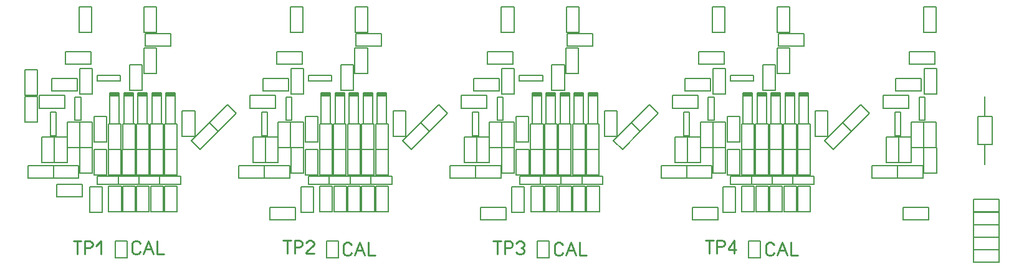
<source format=gbr>
%FSLAX34Y34*%
%MOMM*%
%LNSILK_TOP*%
G71*
G01*
%ADD10C,0.150*%
%ADD11C,0.100*%
%ADD12C,0.222*%
%LPD*%
G54D10*
X307999Y-196264D02*
X295934Y-184199D01*
G54D10*
X283476Y-220787D02*
X271411Y-208722D01*
G54D10*
X307999Y-196264D02*
X283476Y-220787D01*
G54D10*
X295934Y-184199D02*
X271411Y-208722D01*
G54D10*
X295938Y-184207D02*
X308003Y-196272D01*
G54D10*
X320462Y-159683D02*
X332527Y-171748D01*
G54D10*
X295938Y-184207D02*
X320462Y-159683D01*
G54D10*
X308003Y-196272D02*
X332527Y-171748D01*
G54D10*
X276100Y-168741D02*
X259038Y-168741D01*
G54D10*
X276100Y-203422D02*
X259038Y-203423D01*
G54D10*
X276100Y-168741D02*
X276100Y-203422D01*
G54D10*
X259038Y-168741D02*
X259038Y-203423D01*
G54D10*
X461961Y-128092D02*
X461961Y-120154D01*
X430161Y-120154D01*
X430161Y-128092D01*
X461961Y-128092D01*
G54D10*
X426007Y-210647D02*
X443069Y-210647D01*
G54D10*
X426007Y-175966D02*
X443069Y-175966D01*
G54D10*
X426007Y-210647D02*
X426007Y-175966D01*
G54D10*
X443069Y-210647D02*
X443069Y-175966D01*
G54D10*
X420007Y-306647D02*
X437069Y-306647D01*
G54D10*
X420007Y-271966D02*
X437069Y-271966D01*
G54D10*
X420007Y-306647D02*
X420007Y-271966D01*
G54D10*
X437069Y-306647D02*
X437069Y-271966D01*
G54D10*
X510669Y-82566D02*
X493607Y-82566D01*
G54D10*
X510669Y-117247D02*
X493607Y-117247D01*
G54D10*
X510669Y-82566D02*
X510669Y-117247D01*
G54D10*
X493607Y-82566D02*
X493607Y-117247D01*
G54D10*
X495197Y-63575D02*
X495198Y-80638D01*
G54D10*
X529879Y-63575D02*
X529879Y-80638D01*
G54D10*
X495197Y-63575D02*
X529879Y-63575D01*
G54D10*
X495198Y-80638D02*
X529879Y-80638D01*
G54D10*
X511069Y-26966D02*
X494007Y-26966D01*
G54D10*
X511069Y-61647D02*
X494007Y-61647D01*
G54D10*
X511069Y-26966D02*
X511069Y-61647D01*
G54D10*
X494007Y-26966D02*
X494007Y-61647D01*
G54D10*
X491469Y-105966D02*
X474407Y-105966D01*
G54D10*
X491469Y-140647D02*
X474407Y-140647D01*
G54D10*
X491469Y-105966D02*
X491469Y-140647D01*
G54D10*
X474407Y-105966D02*
X474407Y-140647D01*
G54D10*
X400035Y-181432D02*
X407972Y-181432D01*
X407972Y-149632D01*
X400035Y-149632D01*
X400035Y-181432D01*
G54D10*
X386091Y-164613D02*
X386091Y-147551D01*
G54D10*
X351410Y-164613D02*
X351410Y-147551D01*
G54D10*
X386091Y-164613D02*
X351410Y-164613D01*
G54D10*
X386091Y-147551D02*
X351410Y-147551D01*
G54D10*
X406572Y-145176D02*
X423634Y-145176D01*
G54D10*
X406572Y-110494D02*
X423634Y-110494D01*
G54D10*
X406572Y-145176D02*
X406572Y-110494D01*
G54D10*
X423634Y-145176D02*
X423634Y-110494D01*
G54D10*
X405907Y-61841D02*
X422969Y-61841D01*
G54D10*
X405907Y-27160D02*
X422969Y-27160D01*
G54D10*
X405907Y-61841D02*
X405907Y-27160D01*
G54D10*
X422969Y-61841D02*
X422969Y-27160D01*
G54D10*
X421735Y-104794D02*
X421735Y-87731D01*
G54D10*
X387054Y-104794D02*
X387054Y-87731D01*
G54D10*
X421735Y-104794D02*
X387054Y-104794D01*
G54D10*
X421735Y-87731D02*
X387054Y-87731D01*
G54D10*
X403138Y-141332D02*
X403138Y-124269D01*
G54D10*
X368456Y-141332D02*
X368456Y-124269D01*
G54D10*
X403138Y-141332D02*
X368456Y-141332D01*
G54D10*
X403138Y-124269D02*
X368456Y-124269D01*
G54D10*
X366834Y-201932D02*
X374772Y-201932D01*
X374772Y-170132D01*
X366834Y-170132D01*
X366834Y-201932D01*
G54D10*
X389320Y-204266D02*
X372258Y-204266D01*
G54D10*
X389320Y-238947D02*
X372258Y-238947D01*
G54D10*
X389320Y-204266D02*
X389320Y-238947D01*
G54D10*
X372258Y-204266D02*
X372258Y-238947D01*
G54D10*
X406499Y-253222D02*
X423562Y-253222D01*
G54D10*
X406499Y-218541D02*
X423562Y-218541D01*
G54D10*
X406499Y-253222D02*
X406499Y-218541D01*
G54D10*
X423562Y-253222D02*
X423562Y-218541D01*
G54D10*
X355199Y-238942D02*
X372262Y-238942D01*
G54D10*
X355199Y-204261D02*
X372262Y-204261D01*
G54D10*
X355199Y-238942D02*
X355199Y-204261D01*
G54D10*
X372262Y-238942D02*
X372262Y-204261D01*
G54D10*
X405366Y-259619D02*
X405366Y-242556D01*
G54D10*
X370684Y-259619D02*
X370684Y-242556D01*
G54D10*
X405366Y-259619D02*
X370684Y-259619D01*
G54D10*
X405366Y-242556D02*
X370684Y-242556D01*
G54D10*
X336010Y-242550D02*
X336010Y-259613D01*
G54D10*
X370691Y-242551D02*
X370691Y-259613D01*
G54D10*
X336010Y-242550D02*
X370691Y-242551D01*
G54D10*
X336010Y-259613D02*
X370691Y-259613D01*
G54D10*
X406379Y-218522D02*
X423442Y-218522D01*
G54D10*
X406379Y-183841D02*
X423442Y-183841D01*
G54D10*
X406379Y-218522D02*
X406379Y-183841D01*
G54D10*
X423442Y-218522D02*
X423442Y-183841D01*
G54D10*
X389319Y-218522D02*
X406382Y-218522D01*
G54D10*
X389319Y-183841D02*
X406382Y-183841D01*
G54D10*
X389319Y-218522D02*
X389319Y-183841D01*
G54D10*
X406382Y-218522D02*
X406382Y-183841D01*
G36*
X460378Y-144000D02*
X447678Y-144000D01*
X447678Y-148013D01*
X460378Y-148013D01*
X460378Y-144000D01*
G37*
G54D11*
X460378Y-144000D02*
X447678Y-144000D01*
X447678Y-148013D01*
X460378Y-148013D01*
X460378Y-144000D01*
G54D10*
X460378Y-144000D02*
X447678Y-144000D01*
X447678Y-186100D01*
X460378Y-186100D01*
X460378Y-144000D01*
G54D10*
X538960Y-305104D02*
X521898Y-305104D01*
G54D10*
X538960Y-270422D02*
X521898Y-270422D01*
G54D10*
X538960Y-305104D02*
X538960Y-270422D01*
G54D10*
X521898Y-305104D02*
X521898Y-270422D01*
G54D10*
X445647Y-220824D02*
X462710Y-220824D01*
G54D10*
X445647Y-186143D02*
X462710Y-186143D01*
G54D10*
X445647Y-220824D02*
X445647Y-186143D01*
G54D10*
X462710Y-220824D02*
X462710Y-186143D01*
G54D10*
X445632Y-255503D02*
X462694Y-255503D01*
G54D10*
X445632Y-220822D02*
X462694Y-220822D01*
G54D10*
X445632Y-255503D02*
X445632Y-220822D01*
G54D10*
X462694Y-255503D02*
X462694Y-220822D01*
G54D10*
X519960Y-305104D02*
X502898Y-305104D01*
G54D10*
X519960Y-270422D02*
X502898Y-270422D01*
G54D10*
X519960Y-305104D02*
X519960Y-270422D01*
G54D10*
X502898Y-305104D02*
X502898Y-270422D01*
G54D10*
X500960Y-305104D02*
X483898Y-305104D01*
G54D10*
X500960Y-270422D02*
X483898Y-270422D01*
G54D10*
X500960Y-305104D02*
X500960Y-270422D01*
G54D10*
X483898Y-305104D02*
X483898Y-270422D01*
G54D10*
X481960Y-305103D02*
X464898Y-305104D01*
G54D10*
X481960Y-270422D02*
X464898Y-270422D01*
G54D10*
X481960Y-305103D02*
X481960Y-270422D01*
G54D10*
X464898Y-305104D02*
X464898Y-270422D01*
G54D10*
X462960Y-305104D02*
X445898Y-305104D01*
G54D10*
X462960Y-270422D02*
X445898Y-270422D01*
G54D10*
X462960Y-305104D02*
X462960Y-270422D01*
G54D10*
X445898Y-305104D02*
X445898Y-270422D01*
G36*
X479378Y-144000D02*
X466678Y-144000D01*
X466678Y-148013D01*
X479378Y-148013D01*
X479378Y-144000D01*
G37*
G54D11*
X479378Y-144000D02*
X466678Y-144000D01*
X466678Y-148013D01*
X479378Y-148013D01*
X479378Y-144000D01*
G54D10*
X479378Y-144000D02*
X466678Y-144000D01*
X466678Y-186100D01*
X479378Y-186100D01*
X479378Y-144000D01*
G54D10*
X464647Y-220824D02*
X481710Y-220824D01*
G54D10*
X464647Y-186143D02*
X481710Y-186143D01*
G54D10*
X464647Y-220824D02*
X464647Y-186143D01*
G54D10*
X481710Y-220824D02*
X481710Y-186143D01*
G54D10*
X464632Y-255503D02*
X481694Y-255503D01*
G54D10*
X464632Y-220822D02*
X481694Y-220822D01*
G54D10*
X464632Y-255503D02*
X464632Y-220822D01*
G54D10*
X481694Y-255503D02*
X481694Y-220822D01*
G36*
X498378Y-144000D02*
X485678Y-144000D01*
X485678Y-148013D01*
X498378Y-148013D01*
X498378Y-144000D01*
G37*
G54D11*
X498378Y-144000D02*
X485678Y-144000D01*
X485678Y-148013D01*
X498378Y-148013D01*
X498378Y-144000D01*
G54D10*
X498378Y-144000D02*
X485678Y-144000D01*
X485678Y-186100D01*
X498378Y-186100D01*
X498378Y-144000D01*
G54D10*
X483647Y-220824D02*
X500710Y-220824D01*
G54D10*
X483647Y-186143D02*
X500710Y-186143D01*
G54D10*
X483647Y-220824D02*
X483647Y-186143D01*
G54D10*
X500710Y-220824D02*
X500710Y-186143D01*
G54D10*
X483632Y-255503D02*
X500694Y-255503D01*
G54D10*
X483632Y-220822D02*
X500694Y-220822D01*
G54D10*
X483632Y-255503D02*
X483632Y-220822D01*
G54D10*
X500694Y-255503D02*
X500694Y-220822D01*
G36*
X517378Y-144000D02*
X504678Y-144000D01*
X504678Y-148013D01*
X517378Y-148013D01*
X517378Y-144000D01*
G37*
G54D11*
X517378Y-144000D02*
X504678Y-144000D01*
X504678Y-148013D01*
X517378Y-148013D01*
X517378Y-144000D01*
G54D10*
X517378Y-144000D02*
X504678Y-144000D01*
X504678Y-186100D01*
X517378Y-186100D01*
X517378Y-144000D01*
G54D10*
X502647Y-220824D02*
X519710Y-220824D01*
G54D10*
X502647Y-186143D02*
X519710Y-186143D01*
G54D10*
X502647Y-220824D02*
X502647Y-186143D01*
G54D10*
X519710Y-220824D02*
X519710Y-186143D01*
G54D10*
X502632Y-255503D02*
X519694Y-255503D01*
G54D10*
X502632Y-220822D02*
X519694Y-220822D01*
G54D10*
X502632Y-255503D02*
X502632Y-220822D01*
G54D10*
X519694Y-255503D02*
X519694Y-220822D01*
G36*
X536378Y-144000D02*
X523678Y-144000D01*
X523678Y-148013D01*
X536378Y-148013D01*
X536378Y-144000D01*
G37*
G54D11*
X536378Y-144000D02*
X523678Y-144000D01*
X523678Y-148013D01*
X536378Y-148013D01*
X536378Y-144000D01*
G54D10*
X536378Y-144000D02*
X523678Y-144000D01*
X523678Y-186100D01*
X536378Y-186100D01*
X536378Y-144000D01*
G54D10*
X521647Y-220824D02*
X538710Y-220824D01*
G54D10*
X521647Y-186143D02*
X538710Y-186143D01*
G54D10*
X521647Y-220824D02*
X521647Y-186143D01*
G54D10*
X538710Y-220824D02*
X538710Y-186143D01*
G54D10*
X521632Y-255503D02*
X538694Y-255503D01*
G54D10*
X521632Y-220822D02*
X538694Y-220822D01*
G54D10*
X521632Y-255503D02*
X521632Y-220822D01*
G54D10*
X538694Y-255503D02*
X538694Y-220822D01*
G54D10*
X543664Y-268476D02*
X543664Y-257500D01*
X515364Y-257500D01*
X515364Y-268476D01*
X543664Y-268476D01*
G54D10*
X515364Y-268476D02*
X515364Y-257500D01*
X487064Y-257500D01*
X487064Y-268476D01*
X515364Y-268476D01*
G54D10*
X487164Y-268476D02*
X487164Y-257500D01*
X458864Y-257500D01*
X458864Y-268476D01*
X487164Y-268476D01*
G54D10*
X458864Y-268476D02*
X458864Y-257500D01*
X430564Y-257500D01*
X430564Y-268476D01*
X458864Y-268476D01*
G54D10*
X443295Y-220828D02*
X426232Y-220828D01*
G54D10*
X443295Y-255510D02*
X426232Y-255510D01*
G54D10*
X443295Y-220828D02*
X443295Y-255510D01*
G54D10*
X426232Y-220828D02*
X426232Y-255510D01*
G54D10*
X175161Y-128092D02*
X175161Y-120154D01*
X143361Y-120154D01*
X143361Y-128092D01*
X175161Y-128092D01*
G54D10*
X139207Y-210647D02*
X156269Y-210647D01*
G54D10*
X139207Y-175966D02*
X156269Y-175966D01*
G54D10*
X139207Y-210647D02*
X139207Y-175966D01*
G54D10*
X156269Y-210647D02*
X156269Y-175966D01*
G54D10*
X133207Y-306647D02*
X150269Y-306647D01*
G54D10*
X133207Y-271966D02*
X150269Y-271966D01*
G54D10*
X133207Y-306647D02*
X133207Y-271966D01*
G54D10*
X150269Y-306647D02*
X150269Y-271966D01*
G54D10*
X223869Y-82566D02*
X206807Y-82566D01*
G54D10*
X223869Y-117247D02*
X206807Y-117247D01*
G54D10*
X223869Y-82566D02*
X223869Y-117247D01*
G54D10*
X206807Y-82566D02*
X206807Y-117247D01*
G54D10*
X208397Y-63575D02*
X208398Y-80638D01*
G54D10*
X243079Y-63575D02*
X243079Y-80638D01*
G54D10*
X208397Y-63575D02*
X243079Y-63575D01*
G54D10*
X208398Y-80638D02*
X243079Y-80638D01*
G54D10*
X224269Y-26966D02*
X207207Y-26966D01*
G54D10*
X224269Y-61647D02*
X207207Y-61647D01*
G54D10*
X224269Y-26966D02*
X224269Y-61647D01*
G54D10*
X207207Y-26966D02*
X207207Y-61647D01*
G54D10*
X204669Y-105966D02*
X187607Y-105966D01*
G54D10*
X204669Y-140647D02*
X187607Y-140647D01*
G54D10*
X204669Y-105966D02*
X204669Y-140647D01*
G54D10*
X187607Y-105966D02*
X187607Y-140647D01*
G54D10*
X113235Y-181432D02*
X121172Y-181432D01*
X121172Y-149632D01*
X113235Y-149632D01*
X113235Y-181432D01*
G54D10*
X99291Y-164613D02*
X99291Y-147551D01*
G54D10*
X64610Y-164613D02*
X64610Y-147551D01*
G54D10*
X99291Y-164613D02*
X64610Y-164613D01*
G54D10*
X99291Y-147551D02*
X64610Y-147551D01*
G54D10*
X119772Y-145176D02*
X136835Y-145176D01*
G54D10*
X119772Y-110494D02*
X136835Y-110494D01*
G54D10*
X119772Y-145176D02*
X119772Y-110494D01*
G54D10*
X136835Y-145176D02*
X136835Y-110494D01*
G54D10*
X119107Y-61841D02*
X136169Y-61841D01*
G54D10*
X119107Y-27160D02*
X136169Y-27160D01*
G54D10*
X119107Y-61841D02*
X119107Y-27160D01*
G54D10*
X136169Y-61841D02*
X136169Y-27160D01*
G54D10*
X134935Y-104794D02*
X134935Y-87731D01*
G54D10*
X100254Y-104794D02*
X100254Y-87731D01*
G54D10*
X134935Y-104794D02*
X100254Y-104794D01*
G54D10*
X134935Y-87731D02*
X100254Y-87731D01*
G54D10*
X116338Y-141332D02*
X116338Y-124269D01*
G54D10*
X81656Y-141332D02*
X81656Y-124269D01*
G54D10*
X116338Y-141332D02*
X81656Y-141332D01*
G54D10*
X116338Y-124269D02*
X81656Y-124269D01*
G54D10*
X80034Y-201932D02*
X87972Y-201932D01*
X87972Y-170132D01*
X80034Y-170132D01*
X80034Y-201932D01*
G54D10*
X102520Y-204266D02*
X85458Y-204266D01*
G54D10*
X102520Y-238947D02*
X85458Y-238947D01*
G54D10*
X102520Y-204266D02*
X102520Y-238947D01*
G54D10*
X85458Y-204266D02*
X85458Y-238947D01*
G54D10*
X119699Y-253222D02*
X136762Y-253222D01*
G54D10*
X119699Y-218541D02*
X136762Y-218541D01*
G54D10*
X119699Y-253222D02*
X119699Y-218541D01*
G54D10*
X136762Y-253222D02*
X136762Y-218541D01*
G54D10*
X68399Y-238942D02*
X85462Y-238942D01*
G54D10*
X68399Y-204261D02*
X85462Y-204261D01*
G54D10*
X68399Y-238942D02*
X68399Y-204261D01*
G54D10*
X85462Y-238942D02*
X85462Y-204261D01*
G54D10*
X118566Y-259619D02*
X118566Y-242556D01*
G54D10*
X83884Y-259619D02*
X83884Y-242556D01*
G54D10*
X118566Y-259619D02*
X83884Y-259619D01*
G54D10*
X118566Y-242556D02*
X83884Y-242556D01*
G54D10*
X49210Y-242550D02*
X49210Y-259613D01*
G54D10*
X83891Y-242551D02*
X83891Y-259613D01*
G54D10*
X49210Y-242550D02*
X83891Y-242551D01*
G54D10*
X49210Y-259613D02*
X83891Y-259613D01*
G54D10*
X123316Y-285569D02*
X123316Y-268507D01*
G54D10*
X88635Y-285569D02*
X88635Y-268507D01*
G54D10*
X123316Y-285569D02*
X88635Y-285569D01*
G54D10*
X123316Y-268507D02*
X88635Y-268507D01*
G54D10*
X119579Y-218522D02*
X136642Y-218522D01*
G54D10*
X119579Y-183841D02*
X136642Y-183841D01*
G54D10*
X119579Y-218522D02*
X119579Y-183841D01*
G54D10*
X136642Y-218522D02*
X136642Y-183841D01*
G54D10*
X102519Y-218522D02*
X119582Y-218522D01*
G54D10*
X102519Y-183841D02*
X119582Y-183841D01*
G54D10*
X102519Y-218522D02*
X102519Y-183841D01*
G54D10*
X119582Y-218522D02*
X119582Y-183841D01*
G36*
X173578Y-144000D02*
X160878Y-144000D01*
X160878Y-148013D01*
X173578Y-148013D01*
X173578Y-144000D01*
G37*
G54D11*
X173578Y-144000D02*
X160878Y-144000D01*
X160878Y-148013D01*
X173578Y-148013D01*
X173578Y-144000D01*
G54D10*
X173578Y-144000D02*
X160878Y-144000D01*
X160878Y-186100D01*
X173578Y-186100D01*
X173578Y-144000D01*
G54D10*
X252160Y-305104D02*
X235098Y-305104D01*
G54D10*
X252160Y-270422D02*
X235098Y-270422D01*
G54D10*
X252160Y-305104D02*
X252160Y-270422D01*
G54D10*
X235098Y-305104D02*
X235098Y-270422D01*
G54D10*
X158847Y-220824D02*
X175910Y-220824D01*
G54D10*
X158847Y-186143D02*
X175910Y-186143D01*
G54D10*
X158847Y-220824D02*
X158847Y-186143D01*
G54D10*
X175910Y-220824D02*
X175910Y-186143D01*
G54D10*
X158832Y-255503D02*
X175894Y-255503D01*
G54D10*
X158832Y-220822D02*
X175894Y-220822D01*
G54D10*
X158832Y-255503D02*
X158832Y-220822D01*
G54D10*
X175894Y-255503D02*
X175894Y-220822D01*
G54D10*
X233160Y-305104D02*
X216098Y-305104D01*
G54D10*
X233160Y-270422D02*
X216098Y-270422D01*
G54D10*
X233160Y-305104D02*
X233160Y-270422D01*
G54D10*
X216098Y-305104D02*
X216098Y-270422D01*
G54D10*
X214160Y-305104D02*
X197098Y-305104D01*
G54D10*
X214160Y-270422D02*
X197098Y-270422D01*
G54D10*
X214160Y-305104D02*
X214160Y-270422D01*
G54D10*
X197098Y-305104D02*
X197098Y-270422D01*
G54D10*
X195160Y-305103D02*
X178098Y-305104D01*
G54D10*
X195160Y-270422D02*
X178098Y-270422D01*
G54D10*
X195160Y-305103D02*
X195160Y-270422D01*
G54D10*
X178098Y-305104D02*
X178098Y-270422D01*
G54D10*
X176160Y-305104D02*
X159098Y-305104D01*
G54D10*
X176160Y-270422D02*
X159098Y-270422D01*
G54D10*
X176160Y-305104D02*
X176160Y-270422D01*
G54D10*
X159098Y-305104D02*
X159098Y-270422D01*
G36*
X192578Y-144000D02*
X179878Y-144000D01*
X179878Y-148013D01*
X192578Y-148013D01*
X192578Y-144000D01*
G37*
G54D11*
X192578Y-144000D02*
X179878Y-144000D01*
X179878Y-148013D01*
X192578Y-148013D01*
X192578Y-144000D01*
G54D10*
X192578Y-144000D02*
X179878Y-144000D01*
X179878Y-186100D01*
X192578Y-186100D01*
X192578Y-144000D01*
G54D10*
X177847Y-220824D02*
X194910Y-220824D01*
G54D10*
X177847Y-186143D02*
X194910Y-186143D01*
G54D10*
X177847Y-220824D02*
X177847Y-186143D01*
G54D10*
X194910Y-220824D02*
X194910Y-186143D01*
G54D10*
X177832Y-255503D02*
X194894Y-255503D01*
G54D10*
X177832Y-220822D02*
X194894Y-220822D01*
G54D10*
X177832Y-255503D02*
X177832Y-220822D01*
G54D10*
X194894Y-255503D02*
X194894Y-220822D01*
G36*
X211578Y-144000D02*
X198878Y-144000D01*
X198878Y-148013D01*
X211578Y-148013D01*
X211578Y-144000D01*
G37*
G54D11*
X211578Y-144000D02*
X198878Y-144000D01*
X198878Y-148013D01*
X211578Y-148013D01*
X211578Y-144000D01*
G54D10*
X211578Y-144000D02*
X198878Y-144000D01*
X198878Y-186100D01*
X211578Y-186100D01*
X211578Y-144000D01*
G54D10*
X196847Y-220824D02*
X213910Y-220824D01*
G54D10*
X196847Y-186143D02*
X213910Y-186143D01*
G54D10*
X196847Y-220824D02*
X196847Y-186143D01*
G54D10*
X213910Y-220824D02*
X213910Y-186143D01*
G54D10*
X196832Y-255503D02*
X213894Y-255503D01*
G54D10*
X196832Y-220822D02*
X213894Y-220822D01*
G54D10*
X196832Y-255503D02*
X196832Y-220822D01*
G54D10*
X213894Y-255503D02*
X213894Y-220822D01*
G36*
X230578Y-144000D02*
X217878Y-144000D01*
X217878Y-148013D01*
X230578Y-148013D01*
X230578Y-144000D01*
G37*
G54D11*
X230578Y-144000D02*
X217878Y-144000D01*
X217878Y-148013D01*
X230578Y-148013D01*
X230578Y-144000D01*
G54D10*
X230578Y-144000D02*
X217878Y-144000D01*
X217878Y-186100D01*
X230578Y-186100D01*
X230578Y-144000D01*
G54D10*
X215847Y-220824D02*
X232910Y-220824D01*
G54D10*
X215847Y-186143D02*
X232910Y-186143D01*
G54D10*
X215847Y-220824D02*
X215847Y-186143D01*
G54D10*
X232910Y-220824D02*
X232910Y-186143D01*
G54D10*
X215832Y-255503D02*
X232894Y-255503D01*
G54D10*
X215832Y-220822D02*
X232894Y-220822D01*
G54D10*
X215832Y-255503D02*
X215832Y-220822D01*
G54D10*
X232894Y-255503D02*
X232894Y-220822D01*
G36*
X249578Y-144000D02*
X236878Y-144000D01*
X236878Y-148013D01*
X249578Y-148013D01*
X249578Y-144000D01*
G37*
G54D11*
X249578Y-144000D02*
X236878Y-144000D01*
X236878Y-148013D01*
X249578Y-148013D01*
X249578Y-144000D01*
G54D10*
X249578Y-144000D02*
X236878Y-144000D01*
X236878Y-186100D01*
X249578Y-186100D01*
X249578Y-144000D01*
G54D10*
X234847Y-220824D02*
X251910Y-220824D01*
G54D10*
X234847Y-186143D02*
X251910Y-186143D01*
G54D10*
X234847Y-220824D02*
X234847Y-186143D01*
G54D10*
X251910Y-220824D02*
X251910Y-186143D01*
G54D10*
X234832Y-255503D02*
X251894Y-255503D01*
G54D10*
X234832Y-220822D02*
X251894Y-220822D01*
G54D10*
X234832Y-255503D02*
X234832Y-220822D01*
G54D10*
X251894Y-255503D02*
X251894Y-220822D01*
G54D10*
X256863Y-268476D02*
X256863Y-257500D01*
X228564Y-257500D01*
X228564Y-268476D01*
X256863Y-268476D01*
G54D10*
X228564Y-268476D02*
X228564Y-257500D01*
X200264Y-257500D01*
X200264Y-268476D01*
X228564Y-268476D01*
G54D10*
X200364Y-268476D02*
X200364Y-257500D01*
X172064Y-257500D01*
X172064Y-268476D01*
X200364Y-268476D01*
G54D10*
X172064Y-268476D02*
X172064Y-257500D01*
X143764Y-257500D01*
X143764Y-268476D01*
X172064Y-268476D01*
G54D10*
X156495Y-220828D02*
X139432Y-220828D01*
G54D10*
X156495Y-255510D02*
X139432Y-255510D01*
G54D10*
X156495Y-220828D02*
X156495Y-255510D01*
G54D10*
X139432Y-220828D02*
X139432Y-255510D01*
G54D10*
X45419Y-183823D02*
X62482Y-183823D01*
G54D10*
X45419Y-149141D02*
X62482Y-149141D01*
G54D10*
X45419Y-183823D02*
X45419Y-149141D01*
G54D10*
X62482Y-183823D02*
X62482Y-149141D01*
G54D10*
X594699Y-196264D02*
X582634Y-184199D01*
G54D10*
X570176Y-220787D02*
X558111Y-208722D01*
G54D10*
X594699Y-196264D02*
X570176Y-220787D01*
G54D10*
X582634Y-184199D02*
X558111Y-208722D01*
G54D10*
X582638Y-184207D02*
X594703Y-196272D01*
G54D10*
X607162Y-159683D02*
X619227Y-171748D01*
G54D10*
X582638Y-184207D02*
X607162Y-159683D01*
G54D10*
X594703Y-196272D02*
X619227Y-171748D01*
G54D10*
X562800Y-168741D02*
X545738Y-168741D01*
G54D10*
X562800Y-203422D02*
X545738Y-203423D01*
G54D10*
X562800Y-168741D02*
X562800Y-203422D01*
G54D10*
X545738Y-168741D02*
X545738Y-203423D01*
G54D10*
X748661Y-128092D02*
X748661Y-120154D01*
X716861Y-120154D01*
X716861Y-128092D01*
X748661Y-128092D01*
G54D10*
X712706Y-210647D02*
X729769Y-210647D01*
G54D10*
X712706Y-175966D02*
X729769Y-175966D01*
G54D10*
X712706Y-210647D02*
X712706Y-175966D01*
G54D10*
X729769Y-210647D02*
X729769Y-175966D01*
G54D10*
X706706Y-306647D02*
X723769Y-306647D01*
G54D10*
X706706Y-271966D02*
X723769Y-271966D01*
G54D10*
X706706Y-306647D02*
X706706Y-271966D01*
G54D10*
X723769Y-306647D02*
X723769Y-271966D01*
G54D10*
X797369Y-82566D02*
X780307Y-82566D01*
G54D10*
X797369Y-117247D02*
X780307Y-117247D01*
G54D10*
X797369Y-82566D02*
X797369Y-117247D01*
G54D10*
X780307Y-82566D02*
X780307Y-117247D01*
G54D10*
X781897Y-63575D02*
X781897Y-80638D01*
G54D10*
X816578Y-63575D02*
X816578Y-80638D01*
G54D10*
X781897Y-63575D02*
X816578Y-63575D01*
G54D10*
X781897Y-80638D02*
X816578Y-80638D01*
G54D10*
X797769Y-26966D02*
X780707Y-26966D01*
G54D10*
X797769Y-61647D02*
X780707Y-61647D01*
G54D10*
X797769Y-26966D02*
X797769Y-61647D01*
G54D10*
X780707Y-26966D02*
X780707Y-61647D01*
G54D10*
X778169Y-105966D02*
X761107Y-105966D01*
G54D10*
X778169Y-140647D02*
X761107Y-140647D01*
G54D10*
X778169Y-105966D02*
X778169Y-140647D01*
G54D10*
X761107Y-105966D02*
X761107Y-140647D01*
G54D10*
X686735Y-181432D02*
X694672Y-181432D01*
X694672Y-149632D01*
X686735Y-149632D01*
X686735Y-181432D01*
G54D10*
X672791Y-164613D02*
X672791Y-147551D01*
G54D10*
X638110Y-164613D02*
X638110Y-147551D01*
G54D10*
X672791Y-164613D02*
X638110Y-164613D01*
G54D10*
X672791Y-147551D02*
X638110Y-147551D01*
G54D10*
X693272Y-145176D02*
X710334Y-145176D01*
G54D10*
X693272Y-110494D02*
X710334Y-110494D01*
G54D10*
X693272Y-145176D02*
X693272Y-110494D01*
G54D10*
X710334Y-145176D02*
X710334Y-110494D01*
G54D10*
X692607Y-61841D02*
X709669Y-61841D01*
G54D10*
X692607Y-27160D02*
X709669Y-27160D01*
G54D10*
X692607Y-61841D02*
X692607Y-27160D01*
G54D10*
X709669Y-61841D02*
X709669Y-27160D01*
G54D10*
X708434Y-104794D02*
X708434Y-87731D01*
G54D10*
X673754Y-104794D02*
X673754Y-87731D01*
G54D10*
X708434Y-104794D02*
X673754Y-104794D01*
G54D10*
X708434Y-87731D02*
X673754Y-87731D01*
G54D10*
X689838Y-141332D02*
X689838Y-124269D01*
G54D10*
X655156Y-141332D02*
X655156Y-124269D01*
G54D10*
X689838Y-141332D02*
X655156Y-141332D01*
G54D10*
X689838Y-124269D02*
X655156Y-124269D01*
G54D10*
X653534Y-201932D02*
X661472Y-201932D01*
X661472Y-170132D01*
X653534Y-170132D01*
X653534Y-201932D01*
G54D10*
X676020Y-204266D02*
X658958Y-204266D01*
G54D10*
X676020Y-238947D02*
X658958Y-238947D01*
G54D10*
X676020Y-204266D02*
X676020Y-238947D01*
G54D10*
X658958Y-204266D02*
X658958Y-238947D01*
G54D10*
X693199Y-253222D02*
X710262Y-253222D01*
G54D10*
X693199Y-218541D02*
X710262Y-218541D01*
G54D10*
X693199Y-253222D02*
X693199Y-218541D01*
G54D10*
X710262Y-253222D02*
X710262Y-218541D01*
G54D10*
X641899Y-238942D02*
X658962Y-238942D01*
G54D10*
X641899Y-204261D02*
X658962Y-204261D01*
G54D10*
X641899Y-238942D02*
X641899Y-204261D01*
G54D10*
X658962Y-238942D02*
X658962Y-204261D01*
G54D10*
X692066Y-259619D02*
X692066Y-242556D01*
G54D10*
X657384Y-259619D02*
X657384Y-242556D01*
G54D10*
X692066Y-259619D02*
X657384Y-259619D01*
G54D10*
X692066Y-242556D02*
X657384Y-242556D01*
G54D10*
X622710Y-242550D02*
X622710Y-259613D01*
G54D10*
X657391Y-242551D02*
X657391Y-259613D01*
G54D10*
X622710Y-242550D02*
X657391Y-242551D01*
G54D10*
X622710Y-259613D02*
X657391Y-259613D01*
G54D10*
X693079Y-218522D02*
X710142Y-218522D01*
G54D10*
X693079Y-183841D02*
X710142Y-183841D01*
G54D10*
X693079Y-218522D02*
X693079Y-183841D01*
G54D10*
X710142Y-218522D02*
X710142Y-183841D01*
G54D10*
X676019Y-218522D02*
X693082Y-218522D01*
G54D10*
X676019Y-183841D02*
X693082Y-183841D01*
G54D10*
X676019Y-218522D02*
X676019Y-183841D01*
G54D10*
X693082Y-218522D02*
X693082Y-183841D01*
G36*
X747078Y-144000D02*
X734378Y-144000D01*
X734378Y-148013D01*
X747078Y-148013D01*
X747078Y-144000D01*
G37*
G54D11*
X747078Y-144000D02*
X734378Y-144000D01*
X734378Y-148013D01*
X747078Y-148013D01*
X747078Y-144000D01*
G54D10*
X747078Y-144000D02*
X734378Y-144000D01*
X734378Y-186100D01*
X747078Y-186100D01*
X747078Y-144000D01*
G54D10*
X825660Y-305104D02*
X808598Y-305104D01*
G54D10*
X825660Y-270422D02*
X808598Y-270422D01*
G54D10*
X825660Y-305104D02*
X825660Y-270422D01*
G54D10*
X808598Y-305104D02*
X808598Y-270422D01*
G54D10*
X732347Y-220824D02*
X749410Y-220824D01*
G54D10*
X732347Y-186143D02*
X749410Y-186143D01*
G54D10*
X732347Y-220824D02*
X732347Y-186143D01*
G54D10*
X749410Y-220824D02*
X749410Y-186143D01*
G54D10*
X732332Y-255503D02*
X749394Y-255503D01*
G54D10*
X732332Y-220822D02*
X749394Y-220822D01*
G54D10*
X732332Y-255503D02*
X732332Y-220822D01*
G54D10*
X749394Y-255503D02*
X749394Y-220822D01*
G54D10*
X806660Y-305104D02*
X789598Y-305104D01*
G54D10*
X806660Y-270422D02*
X789598Y-270422D01*
G54D10*
X806660Y-305104D02*
X806660Y-270422D01*
G54D10*
X789598Y-305104D02*
X789598Y-270422D01*
G54D10*
X787660Y-305104D02*
X770598Y-305104D01*
G54D10*
X787660Y-270422D02*
X770598Y-270422D01*
G54D10*
X787660Y-305104D02*
X787660Y-270422D01*
G54D10*
X770598Y-305104D02*
X770598Y-270422D01*
G54D10*
X768660Y-305103D02*
X751598Y-305104D01*
G54D10*
X768660Y-270422D02*
X751598Y-270422D01*
G54D10*
X768660Y-305103D02*
X768660Y-270422D01*
G54D10*
X751598Y-305104D02*
X751598Y-270422D01*
G54D10*
X749660Y-305104D02*
X732598Y-305104D01*
G54D10*
X749660Y-270422D02*
X732598Y-270422D01*
G54D10*
X749660Y-305104D02*
X749660Y-270422D01*
G54D10*
X732598Y-305104D02*
X732598Y-270422D01*
G36*
X766078Y-144000D02*
X753378Y-144000D01*
X753378Y-148013D01*
X766078Y-148013D01*
X766078Y-144000D01*
G37*
G54D11*
X766078Y-144000D02*
X753378Y-144000D01*
X753378Y-148013D01*
X766078Y-148013D01*
X766078Y-144000D01*
G54D10*
X766078Y-144000D02*
X753378Y-144000D01*
X753378Y-186100D01*
X766078Y-186100D01*
X766078Y-144000D01*
G54D10*
X751347Y-220824D02*
X768410Y-220824D01*
G54D10*
X751347Y-186143D02*
X768410Y-186143D01*
G54D10*
X751347Y-220824D02*
X751347Y-186143D01*
G54D10*
X768410Y-220824D02*
X768410Y-186143D01*
G54D10*
X751332Y-255503D02*
X768394Y-255503D01*
G54D10*
X751332Y-220822D02*
X768394Y-220822D01*
G54D10*
X751332Y-255503D02*
X751332Y-220822D01*
G54D10*
X768394Y-255503D02*
X768394Y-220822D01*
G36*
X785078Y-144000D02*
X772378Y-144000D01*
X772378Y-148013D01*
X785078Y-148013D01*
X785078Y-144000D01*
G37*
G54D11*
X785078Y-144000D02*
X772378Y-144000D01*
X772378Y-148013D01*
X785078Y-148013D01*
X785078Y-144000D01*
G54D10*
X785078Y-144000D02*
X772378Y-144000D01*
X772378Y-186100D01*
X785078Y-186100D01*
X785078Y-144000D01*
G54D10*
X770347Y-220824D02*
X787410Y-220824D01*
G54D10*
X770347Y-186143D02*
X787410Y-186143D01*
G54D10*
X770347Y-220824D02*
X770347Y-186143D01*
G54D10*
X787410Y-220824D02*
X787410Y-186143D01*
G54D10*
X770332Y-255503D02*
X787394Y-255503D01*
G54D10*
X770332Y-220822D02*
X787394Y-220822D01*
G54D10*
X770332Y-255503D02*
X770332Y-220822D01*
G54D10*
X787394Y-255503D02*
X787394Y-220822D01*
G36*
X804078Y-144000D02*
X791378Y-144000D01*
X791378Y-148013D01*
X804078Y-148013D01*
X804078Y-144000D01*
G37*
G54D11*
X804078Y-144000D02*
X791378Y-144000D01*
X791378Y-148013D01*
X804078Y-148013D01*
X804078Y-144000D01*
G54D10*
X804078Y-144000D02*
X791378Y-144000D01*
X791378Y-186100D01*
X804078Y-186100D01*
X804078Y-144000D01*
G54D10*
X789347Y-220824D02*
X806410Y-220824D01*
G54D10*
X789347Y-186143D02*
X806410Y-186143D01*
G54D10*
X789347Y-220824D02*
X789347Y-186143D01*
G54D10*
X806410Y-220824D02*
X806410Y-186143D01*
G54D10*
X789332Y-255503D02*
X806394Y-255503D01*
G54D10*
X789332Y-220822D02*
X806394Y-220822D01*
G54D10*
X789332Y-255503D02*
X789332Y-220822D01*
G54D10*
X806394Y-255503D02*
X806394Y-220822D01*
G36*
X823078Y-144000D02*
X810378Y-144000D01*
X810378Y-148013D01*
X823078Y-148013D01*
X823078Y-144000D01*
G37*
G54D11*
X823078Y-144000D02*
X810378Y-144000D01*
X810378Y-148013D01*
X823078Y-148013D01*
X823078Y-144000D01*
G54D10*
X823078Y-144000D02*
X810378Y-144000D01*
X810378Y-186100D01*
X823078Y-186100D01*
X823078Y-144000D01*
G54D10*
X808347Y-220824D02*
X825410Y-220824D01*
G54D10*
X808347Y-186143D02*
X825410Y-186143D01*
G54D10*
X808347Y-220824D02*
X808347Y-186143D01*
G54D10*
X825410Y-220824D02*
X825410Y-186143D01*
G54D10*
X808332Y-255503D02*
X825394Y-255503D01*
G54D10*
X808332Y-220822D02*
X825394Y-220822D01*
G54D10*
X808332Y-255503D02*
X808332Y-220822D01*
G54D10*
X825394Y-255503D02*
X825394Y-220822D01*
G54D10*
X830363Y-268476D02*
X830363Y-257500D01*
X802063Y-257500D01*
X802063Y-268476D01*
X830363Y-268476D01*
G54D10*
X802063Y-268476D02*
X802063Y-257500D01*
X773763Y-257500D01*
X773763Y-268476D01*
X802063Y-268476D01*
G54D10*
X773863Y-268476D02*
X773863Y-257500D01*
X745563Y-257500D01*
X745563Y-268476D01*
X773863Y-268476D01*
G54D10*
X745563Y-268476D02*
X745563Y-257500D01*
X717263Y-257500D01*
X717263Y-268476D01*
X745563Y-268476D01*
G54D10*
X729994Y-220828D02*
X712932Y-220828D01*
G54D10*
X729994Y-255510D02*
X712932Y-255510D01*
G54D10*
X729994Y-220828D02*
X729994Y-255510D01*
G54D10*
X712932Y-220828D02*
X712932Y-255510D01*
G54D10*
X881399Y-196264D02*
X869334Y-184199D01*
G54D10*
X856876Y-220787D02*
X844811Y-208722D01*
G54D10*
X881399Y-196264D02*
X856876Y-220787D01*
G54D10*
X869334Y-184199D02*
X844811Y-208722D01*
G54D10*
X869338Y-184207D02*
X881403Y-196272D01*
G54D10*
X893861Y-159683D02*
X905926Y-171748D01*
G54D10*
X869338Y-184207D02*
X893861Y-159683D01*
G54D10*
X881403Y-196272D02*
X905926Y-171748D01*
G54D10*
X849500Y-168741D02*
X832437Y-168741D01*
G54D10*
X849500Y-203422D02*
X832437Y-203423D01*
G54D10*
X849500Y-168741D02*
X849500Y-203422D01*
G54D10*
X832437Y-168741D02*
X832437Y-203423D01*
G54D10*
X1035361Y-128092D02*
X1035361Y-120154D01*
X1003561Y-120154D01*
X1003561Y-128092D01*
X1035361Y-128092D01*
G54D10*
X999406Y-210647D02*
X1016469Y-210647D01*
G54D10*
X999406Y-175966D02*
X1016469Y-175966D01*
G54D10*
X999406Y-210647D02*
X999406Y-175966D01*
G54D10*
X1016469Y-210647D02*
X1016469Y-175966D01*
G54D10*
X993406Y-306647D02*
X1010469Y-306647D01*
G54D10*
X993406Y-271966D02*
X1010469Y-271966D01*
G54D10*
X993406Y-306647D02*
X993406Y-271966D01*
G54D10*
X1010469Y-306647D02*
X1010469Y-271966D01*
G54D10*
X1084069Y-82566D02*
X1067006Y-82566D01*
G54D10*
X1084069Y-117247D02*
X1067006Y-117247D01*
G54D10*
X1084069Y-82566D02*
X1084069Y-117247D01*
G54D10*
X1067006Y-82566D02*
X1067006Y-117247D01*
G54D10*
X1068597Y-63575D02*
X1068597Y-80638D01*
G54D10*
X1103278Y-63575D02*
X1103278Y-80638D01*
G54D10*
X1068597Y-63575D02*
X1103278Y-63575D01*
G54D10*
X1068597Y-80638D02*
X1103278Y-80638D01*
G54D10*
X1084469Y-26966D02*
X1067406Y-26966D01*
G54D10*
X1084469Y-61647D02*
X1067406Y-61647D01*
G54D10*
X1084469Y-26966D02*
X1084469Y-61647D01*
G54D10*
X1067406Y-26966D02*
X1067406Y-61647D01*
G54D10*
X1064869Y-105966D02*
X1047806Y-105966D01*
G54D10*
X1064869Y-140647D02*
X1047806Y-140647D01*
G54D10*
X1064869Y-105966D02*
X1064869Y-140647D01*
G54D10*
X1047806Y-105966D02*
X1047806Y-140647D01*
G54D10*
X973434Y-181432D02*
X981372Y-181432D01*
X981372Y-149632D01*
X973434Y-149632D01*
X973434Y-181432D01*
G54D10*
X959491Y-164613D02*
X959491Y-147551D01*
G54D10*
X924809Y-164613D02*
X924809Y-147551D01*
G54D10*
X959491Y-164613D02*
X924809Y-164613D01*
G54D10*
X959491Y-147551D02*
X924809Y-147551D01*
G54D10*
X979972Y-145176D02*
X997034Y-145176D01*
G54D10*
X979972Y-110494D02*
X997034Y-110494D01*
G54D10*
X979972Y-145176D02*
X979972Y-110494D01*
G54D10*
X997034Y-145176D02*
X997034Y-110494D01*
G54D10*
X979306Y-61841D02*
X996369Y-61841D01*
G54D10*
X979306Y-27160D02*
X996369Y-27160D01*
G54D10*
X979306Y-61841D02*
X979306Y-27160D01*
G54D10*
X996369Y-61841D02*
X996369Y-27160D01*
G54D10*
X995134Y-104794D02*
X995134Y-87731D01*
G54D10*
X960453Y-104794D02*
X960453Y-87731D01*
G54D10*
X995134Y-104794D02*
X960453Y-104794D01*
G54D10*
X995134Y-87731D02*
X960453Y-87731D01*
G54D10*
X976537Y-141332D02*
X976537Y-124269D01*
G54D10*
X941856Y-141332D02*
X941856Y-124269D01*
G54D10*
X976537Y-141332D02*
X941856Y-141332D01*
G54D10*
X976537Y-124269D02*
X941856Y-124269D01*
G54D10*
X940234Y-201932D02*
X948172Y-201932D01*
X948172Y-170132D01*
X940234Y-170132D01*
X940234Y-201932D01*
G54D10*
X962720Y-204266D02*
X945657Y-204266D01*
G54D10*
X962720Y-238947D02*
X945657Y-238947D01*
G54D10*
X962720Y-204266D02*
X962720Y-238947D01*
G54D10*
X945657Y-204266D02*
X945657Y-238947D01*
G54D10*
X979899Y-253222D02*
X996961Y-253222D01*
G54D10*
X979899Y-218541D02*
X996961Y-218541D01*
G54D10*
X979899Y-253222D02*
X979899Y-218541D01*
G54D10*
X996961Y-253222D02*
X996961Y-218541D01*
G54D10*
X928599Y-238942D02*
X945661Y-238942D01*
G54D10*
X928599Y-204261D02*
X945661Y-204261D01*
G54D10*
X928599Y-238942D02*
X928599Y-204261D01*
G54D10*
X945661Y-238942D02*
X945661Y-204261D01*
G54D10*
X978765Y-259619D02*
X978765Y-242556D01*
G54D10*
X944084Y-259619D02*
X944084Y-242556D01*
G54D10*
X978765Y-259619D02*
X944084Y-259619D01*
G54D10*
X978765Y-242556D02*
X944084Y-242556D01*
G54D10*
X909410Y-242550D02*
X909410Y-259613D01*
G54D10*
X944091Y-242551D02*
X944091Y-259613D01*
G54D10*
X909410Y-242550D02*
X944091Y-242551D01*
G54D10*
X909410Y-259613D02*
X944091Y-259613D01*
G54D10*
X979779Y-218522D02*
X996841Y-218522D01*
G54D10*
X979779Y-183841D02*
X996841Y-183841D01*
G54D10*
X979779Y-218522D02*
X979779Y-183841D01*
G54D10*
X996841Y-218522D02*
X996841Y-183841D01*
G54D10*
X962719Y-218522D02*
X979781Y-218522D01*
G54D10*
X962719Y-183841D02*
X979781Y-183841D01*
G54D10*
X962719Y-218522D02*
X962719Y-183841D01*
G54D10*
X979781Y-218522D02*
X979781Y-183841D01*
G36*
X1033778Y-144000D02*
X1021078Y-144000D01*
X1021078Y-148013D01*
X1033778Y-148013D01*
X1033778Y-144000D01*
G37*
G54D11*
X1033778Y-144000D02*
X1021078Y-144000D01*
X1021078Y-148013D01*
X1033778Y-148013D01*
X1033778Y-144000D01*
G54D10*
X1033778Y-144000D02*
X1021078Y-144000D01*
X1021078Y-186100D01*
X1033778Y-186100D01*
X1033778Y-144000D01*
G54D10*
X1112360Y-305104D02*
X1095297Y-305104D01*
G54D10*
X1112360Y-270422D02*
X1095298Y-270422D01*
G54D10*
X1112360Y-305104D02*
X1112360Y-270422D01*
G54D10*
X1095297Y-305104D02*
X1095298Y-270422D01*
G54D10*
X1019047Y-220824D02*
X1036109Y-220824D01*
G54D10*
X1019047Y-186143D02*
X1036109Y-186143D01*
G54D10*
X1019047Y-220824D02*
X1019047Y-186143D01*
G54D10*
X1036109Y-220824D02*
X1036109Y-186143D01*
G54D10*
X1019031Y-255503D02*
X1036094Y-255503D01*
G54D10*
X1019031Y-220822D02*
X1036094Y-220822D01*
G54D10*
X1019031Y-255503D02*
X1019031Y-220822D01*
G54D10*
X1036094Y-255503D02*
X1036094Y-220822D01*
G54D10*
X1093360Y-305104D02*
X1076297Y-305104D01*
G54D10*
X1093360Y-270422D02*
X1076298Y-270422D01*
G54D10*
X1093360Y-305104D02*
X1093360Y-270422D01*
G54D10*
X1076297Y-305104D02*
X1076298Y-270422D01*
G54D10*
X1074360Y-305104D02*
X1057297Y-305104D01*
G54D10*
X1074360Y-270422D02*
X1057298Y-270422D01*
G54D10*
X1074360Y-305104D02*
X1074360Y-270422D01*
G54D10*
X1057297Y-305104D02*
X1057298Y-270422D01*
G54D10*
X1055360Y-305103D02*
X1038297Y-305104D01*
G54D10*
X1055360Y-270422D02*
X1038297Y-270422D01*
G54D10*
X1055360Y-305103D02*
X1055360Y-270422D01*
G54D10*
X1038297Y-305104D02*
X1038297Y-270422D01*
G54D10*
X1036360Y-305104D02*
X1019297Y-305104D01*
G54D10*
X1036360Y-270422D02*
X1019298Y-270422D01*
G54D10*
X1036360Y-305104D02*
X1036360Y-270422D01*
G54D10*
X1019297Y-305104D02*
X1019298Y-270422D01*
G36*
X1052778Y-144000D02*
X1040078Y-144000D01*
X1040078Y-148013D01*
X1052778Y-148013D01*
X1052778Y-144000D01*
G37*
G54D11*
X1052778Y-144000D02*
X1040078Y-144000D01*
X1040078Y-148013D01*
X1052778Y-148013D01*
X1052778Y-144000D01*
G54D10*
X1052778Y-144000D02*
X1040078Y-144000D01*
X1040078Y-186100D01*
X1052778Y-186100D01*
X1052778Y-144000D01*
G54D10*
X1038047Y-220824D02*
X1055109Y-220824D01*
G54D10*
X1038047Y-186143D02*
X1055109Y-186143D01*
G54D10*
X1038047Y-220824D02*
X1038047Y-186143D01*
G54D10*
X1055109Y-220824D02*
X1055109Y-186143D01*
G54D10*
X1038031Y-255503D02*
X1055094Y-255503D01*
G54D10*
X1038031Y-220822D02*
X1055094Y-220822D01*
G54D10*
X1038031Y-255503D02*
X1038031Y-220822D01*
G54D10*
X1055094Y-255503D02*
X1055094Y-220822D01*
G36*
X1071778Y-144000D02*
X1059078Y-144000D01*
X1059078Y-148013D01*
X1071778Y-148013D01*
X1071778Y-144000D01*
G37*
G54D11*
X1071778Y-144000D02*
X1059078Y-144000D01*
X1059078Y-148013D01*
X1071778Y-148013D01*
X1071778Y-144000D01*
G54D10*
X1071778Y-144000D02*
X1059078Y-144000D01*
X1059078Y-186100D01*
X1071778Y-186100D01*
X1071778Y-144000D01*
G54D10*
X1057047Y-220824D02*
X1074109Y-220824D01*
G54D10*
X1057047Y-186143D02*
X1074109Y-186143D01*
G54D10*
X1057047Y-220824D02*
X1057047Y-186143D01*
G54D10*
X1074109Y-220824D02*
X1074109Y-186143D01*
G54D10*
X1057031Y-255503D02*
X1074094Y-255503D01*
G54D10*
X1057031Y-220822D02*
X1074094Y-220822D01*
G54D10*
X1057031Y-255503D02*
X1057031Y-220822D01*
G54D10*
X1074094Y-255503D02*
X1074094Y-220822D01*
G36*
X1090778Y-144000D02*
X1078078Y-144000D01*
X1078078Y-148013D01*
X1090778Y-148013D01*
X1090778Y-144000D01*
G37*
G54D11*
X1090778Y-144000D02*
X1078078Y-144000D01*
X1078078Y-148013D01*
X1090778Y-148013D01*
X1090778Y-144000D01*
G54D10*
X1090778Y-144000D02*
X1078078Y-144000D01*
X1078078Y-186100D01*
X1090778Y-186100D01*
X1090778Y-144000D01*
G54D10*
X1076047Y-220824D02*
X1093109Y-220824D01*
G54D10*
X1076047Y-186143D02*
X1093109Y-186143D01*
G54D10*
X1076047Y-220824D02*
X1076047Y-186143D01*
G54D10*
X1093109Y-220824D02*
X1093109Y-186143D01*
G54D10*
X1076031Y-255503D02*
X1093094Y-255503D01*
G54D10*
X1076031Y-220822D02*
X1093094Y-220822D01*
G54D10*
X1076031Y-255503D02*
X1076031Y-220822D01*
G54D10*
X1093094Y-255503D02*
X1093094Y-220822D01*
G36*
X1109778Y-144000D02*
X1097078Y-144000D01*
X1097078Y-148013D01*
X1109778Y-148013D01*
X1109778Y-144000D01*
G37*
G54D11*
X1109778Y-144000D02*
X1097078Y-144000D01*
X1097078Y-148013D01*
X1109778Y-148013D01*
X1109778Y-144000D01*
G54D10*
X1109778Y-144000D02*
X1097078Y-144000D01*
X1097078Y-186100D01*
X1109778Y-186100D01*
X1109778Y-144000D01*
G54D10*
X1095047Y-220824D02*
X1112109Y-220824D01*
G54D10*
X1095047Y-186143D02*
X1112109Y-186143D01*
G54D10*
X1095047Y-220824D02*
X1095047Y-186143D01*
G54D10*
X1112109Y-220824D02*
X1112109Y-186143D01*
G54D10*
X1095031Y-255503D02*
X1112094Y-255503D01*
G54D10*
X1095031Y-220822D02*
X1112094Y-220822D01*
G54D10*
X1095031Y-255503D02*
X1095031Y-220822D01*
G54D10*
X1112094Y-255503D02*
X1112094Y-220822D01*
G54D10*
X1117063Y-268476D02*
X1117063Y-257500D01*
X1088763Y-257500D01*
X1088763Y-268476D01*
X1117063Y-268476D01*
G54D10*
X1088763Y-268476D02*
X1088763Y-257500D01*
X1060463Y-257500D01*
X1060463Y-268476D01*
X1088763Y-268476D01*
G54D10*
X1060563Y-268476D02*
X1060563Y-257500D01*
X1032263Y-257500D01*
X1032263Y-268476D01*
X1060563Y-268476D01*
G54D10*
X1032263Y-268476D02*
X1032263Y-257500D01*
X1003963Y-257500D01*
X1003963Y-268476D01*
X1032263Y-268476D01*
G54D10*
X1016694Y-220828D02*
X999632Y-220828D01*
G54D10*
X1016694Y-255510D02*
X999632Y-255510D01*
G54D10*
X1016694Y-220828D02*
X1016694Y-255510D01*
G54D10*
X999632Y-220828D02*
X999632Y-255510D01*
G54D10*
X1168099Y-196264D02*
X1156034Y-184199D01*
G54D10*
X1143576Y-220787D02*
X1131510Y-208722D01*
G54D10*
X1168099Y-196264D02*
X1143576Y-220787D01*
G54D10*
X1156034Y-184199D02*
X1131510Y-208722D01*
G54D10*
X1156038Y-184207D02*
X1168103Y-196272D01*
G54D10*
X1180561Y-159683D02*
X1192626Y-171748D01*
G54D10*
X1156038Y-184207D02*
X1180561Y-159683D01*
G54D10*
X1168103Y-196272D02*
X1192626Y-171748D01*
G54D10*
X1136200Y-168741D02*
X1119137Y-168741D01*
G54D10*
X1136200Y-203422D02*
X1119137Y-203423D01*
G54D10*
X1136200Y-168741D02*
X1136200Y-203422D01*
G54D10*
X1119137Y-168741D02*
X1119137Y-203423D01*
G54D10*
X1260134Y-181432D02*
X1268071Y-181432D01*
X1268072Y-149632D01*
X1260134Y-149632D01*
X1260134Y-181432D01*
G54D10*
X1246190Y-164613D02*
X1246190Y-147551D01*
G54D10*
X1211509Y-164613D02*
X1211509Y-147551D01*
G54D10*
X1246190Y-164613D02*
X1211509Y-164613D01*
G54D10*
X1246190Y-147551D02*
X1211509Y-147551D01*
G54D10*
X1266671Y-145176D02*
X1283734Y-145176D01*
G54D10*
X1266671Y-110494D02*
X1283734Y-110494D01*
G54D10*
X1266671Y-145176D02*
X1266671Y-110494D01*
G54D10*
X1283734Y-145176D02*
X1283734Y-110494D01*
G54D10*
X1266006Y-61841D02*
X1283069Y-61841D01*
G54D10*
X1266006Y-27160D02*
X1283069Y-27160D01*
G54D10*
X1266006Y-61841D02*
X1266006Y-27160D01*
G54D10*
X1283069Y-61841D02*
X1283069Y-27160D01*
G54D10*
X1281834Y-104794D02*
X1281834Y-87731D01*
G54D10*
X1247153Y-104794D02*
X1247153Y-87731D01*
G54D10*
X1281834Y-104794D02*
X1247153Y-104794D01*
G54D10*
X1281834Y-87731D02*
X1247153Y-87731D01*
G54D10*
X1263237Y-141332D02*
X1263237Y-124269D01*
G54D10*
X1228556Y-141332D02*
X1228556Y-124269D01*
G54D10*
X1263237Y-141332D02*
X1228556Y-141332D01*
G54D10*
X1263237Y-124269D02*
X1228556Y-124269D01*
G54D10*
X1226934Y-201932D02*
X1234871Y-201932D01*
X1234871Y-170132D01*
X1226934Y-170132D01*
X1226934Y-201932D01*
G54D10*
X1249420Y-204266D02*
X1232357Y-204266D01*
G54D10*
X1249420Y-238947D02*
X1232357Y-238947D01*
G54D10*
X1249420Y-204266D02*
X1249420Y-238947D01*
G54D10*
X1232357Y-204266D02*
X1232357Y-238947D01*
G54D10*
X1266598Y-253222D02*
X1283661Y-253222D01*
G54D10*
X1266598Y-218541D02*
X1283661Y-218541D01*
G54D10*
X1266598Y-253222D02*
X1266598Y-218541D01*
G54D10*
X1283661Y-253222D02*
X1283661Y-218541D01*
G54D10*
X1215299Y-238942D02*
X1232361Y-238942D01*
G54D10*
X1215299Y-204261D02*
X1232361Y-204261D01*
G54D10*
X1215299Y-238942D02*
X1215299Y-204261D01*
G54D10*
X1232361Y-238942D02*
X1232361Y-204261D01*
G54D10*
X1265465Y-259619D02*
X1265465Y-242556D01*
G54D10*
X1230784Y-259619D02*
X1230784Y-242556D01*
G54D10*
X1265465Y-259619D02*
X1230784Y-259619D01*
G54D10*
X1265465Y-242556D02*
X1230784Y-242556D01*
G54D10*
X1196110Y-242550D02*
X1196110Y-259613D01*
G54D10*
X1230791Y-242551D02*
X1230791Y-259613D01*
G54D10*
X1196110Y-242550D02*
X1230791Y-242551D01*
G54D10*
X1196110Y-259613D02*
X1230791Y-259613D01*
G54D10*
X1266478Y-218522D02*
X1283541Y-218522D01*
G54D10*
X1266478Y-183841D02*
X1283541Y-183841D01*
G54D10*
X1266478Y-218522D02*
X1266478Y-183841D01*
G54D10*
X1283541Y-218522D02*
X1283541Y-183841D01*
G54D10*
X1249419Y-218522D02*
X1266481Y-218522D01*
G54D10*
X1249419Y-183841D02*
X1266481Y-183841D01*
G54D10*
X1249419Y-218522D02*
X1249419Y-183841D01*
G54D10*
X1266481Y-218522D02*
X1266481Y-183841D01*
G54D10*
X1340000Y-214000D02*
X1359000Y-214000D01*
X1359000Y-176000D01*
X1340000Y-176000D01*
X1340000Y-214000D01*
G54D10*
X1349500Y-214100D02*
X1349500Y-241400D01*
G54D10*
X1349500Y-148600D02*
X1349500Y-175900D01*
G54D12*
X116459Y-363328D02*
X116459Y-345550D01*
G54D12*
X111125Y-345550D02*
X121792Y-345550D01*
G54D12*
X126681Y-363328D02*
X126681Y-345550D01*
X133348Y-345550D01*
X136015Y-346662D01*
X137348Y-348884D01*
X137348Y-351106D01*
X136015Y-353328D01*
X133348Y-354439D01*
X126681Y-354439D01*
G54D12*
X142237Y-352217D02*
X148904Y-345550D01*
X148904Y-363328D01*
G54D12*
X401392Y-362412D02*
X401392Y-344635D01*
G54D12*
X396059Y-344635D02*
X406725Y-344635D01*
G54D12*
X411615Y-362412D02*
X411615Y-344635D01*
X418281Y-344635D01*
X420948Y-345746D01*
X422281Y-347968D01*
X422281Y-350190D01*
X420948Y-352412D01*
X418281Y-353524D01*
X411615Y-353524D01*
G54D12*
X437837Y-362412D02*
X427171Y-362412D01*
X427171Y-361301D01*
X428504Y-359079D01*
X436504Y-352412D01*
X437837Y-350190D01*
X437837Y-347968D01*
X436504Y-345746D01*
X433837Y-344635D01*
X431171Y-344635D01*
X428504Y-345746D01*
X427171Y-347968D01*
G54D12*
X686856Y-363485D02*
X686856Y-345707D01*
G54D12*
X681522Y-345707D02*
X692189Y-345707D01*
G54D12*
X697078Y-363485D02*
X697078Y-345707D01*
X703745Y-345707D01*
X706412Y-346818D01*
X707745Y-349041D01*
X707745Y-351263D01*
X706412Y-353485D01*
X703745Y-354596D01*
X697078Y-354596D01*
G54D12*
X712634Y-349041D02*
X713968Y-346818D01*
X716634Y-345707D01*
X719301Y-345707D01*
X721968Y-346818D01*
X723301Y-349041D01*
X723301Y-351263D01*
X721968Y-353485D01*
X719301Y-354596D01*
X721968Y-355707D01*
X723301Y-357930D01*
X723301Y-360152D01*
X721968Y-362374D01*
X719301Y-363485D01*
X716634Y-363485D01*
X713968Y-362374D01*
X712634Y-360152D01*
G54D12*
X975176Y-361845D02*
X975176Y-344068D01*
G54D12*
X969843Y-344068D02*
X980510Y-344068D01*
G54D12*
X985399Y-361845D02*
X985399Y-344068D01*
X992066Y-344068D01*
X994732Y-345179D01*
X996066Y-347401D01*
X996066Y-349623D01*
X994732Y-351845D01*
X992066Y-352956D01*
X985399Y-352956D01*
G54D12*
X1008955Y-361845D02*
X1008955Y-344068D01*
X1000955Y-355179D01*
X1000955Y-357401D01*
X1011622Y-357401D01*
G54D10*
X412938Y-316881D02*
X412938Y-299819D01*
G54D10*
X378256Y-316881D02*
X378256Y-299819D01*
G54D10*
X412938Y-316881D02*
X378256Y-316881D01*
G54D10*
X412938Y-299819D02*
X378256Y-299819D01*
G54D10*
X699063Y-316725D02*
X699063Y-299662D01*
G54D10*
X664382Y-316725D02*
X664382Y-299662D01*
G54D10*
X699063Y-316725D02*
X664382Y-316725D01*
G54D10*
X699063Y-299662D02*
X664382Y-299662D01*
G54D10*
X986563Y-316825D02*
X986563Y-299762D01*
G54D10*
X951882Y-316825D02*
X951882Y-299762D01*
G54D10*
X986563Y-316825D02*
X951882Y-316825D01*
G54D10*
X986563Y-299762D02*
X951882Y-299762D01*
G54D10*
X1272963Y-316925D02*
X1272963Y-299862D01*
G54D10*
X1238282Y-316925D02*
X1238282Y-299862D01*
G54D10*
X1272963Y-316925D02*
X1238282Y-316925D01*
G54D10*
X1272963Y-299862D02*
X1238282Y-299862D01*
G54D12*
X201667Y-359667D02*
X200333Y-361889D01*
X197667Y-363000D01*
X195000Y-363000D01*
X192333Y-361889D01*
X191000Y-359667D01*
X191000Y-348556D01*
X192333Y-346333D01*
X195000Y-345222D01*
X197667Y-345222D01*
X200333Y-346333D01*
X201667Y-348556D01*
G54D12*
X206556Y-363000D02*
X213223Y-345222D01*
X219889Y-363000D01*
G54D12*
X209223Y-356333D02*
X217223Y-356333D01*
G54D12*
X224778Y-345222D02*
X224778Y-363000D01*
X234111Y-363000D01*
G54D12*
X488667Y-361667D02*
X487333Y-363889D01*
X484667Y-365000D01*
X482000Y-365000D01*
X479333Y-363889D01*
X478000Y-361667D01*
X478000Y-350556D01*
X479333Y-348333D01*
X482000Y-347222D01*
X484667Y-347222D01*
X487333Y-348333D01*
X488667Y-350556D01*
G54D12*
X493556Y-365000D02*
X500223Y-347222D01*
X506889Y-365000D01*
G54D12*
X496223Y-358333D02*
X504223Y-358333D01*
G54D12*
X511778Y-347222D02*
X511778Y-365000D01*
X521111Y-365000D01*
G54D12*
X775667Y-361667D02*
X774333Y-363889D01*
X771667Y-365000D01*
X769000Y-365000D01*
X766333Y-363889D01*
X765000Y-361667D01*
X765000Y-350556D01*
X766333Y-348333D01*
X769000Y-347222D01*
X771667Y-347222D01*
X774333Y-348333D01*
X775667Y-350556D01*
G54D12*
X780556Y-365000D02*
X787223Y-347222D01*
X793889Y-365000D01*
G54D12*
X783223Y-358333D02*
X791223Y-358333D01*
G54D12*
X798778Y-347222D02*
X798778Y-365000D01*
X808111Y-365000D01*
G54D12*
X1062667Y-361667D02*
X1061333Y-363889D01*
X1058667Y-365000D01*
X1056000Y-365000D01*
X1053333Y-363889D01*
X1052000Y-361667D01*
X1052000Y-350556D01*
X1053333Y-348333D01*
X1056000Y-347222D01*
X1058667Y-347222D01*
X1061333Y-348333D01*
X1062667Y-350556D01*
G54D12*
X1067556Y-365000D02*
X1074223Y-347222D01*
X1080889Y-365000D01*
G54D12*
X1070223Y-358333D02*
X1078223Y-358333D01*
G54D12*
X1085778Y-347222D02*
X1085778Y-365000D01*
X1095111Y-365000D01*
G54D10*
X168167Y-345116D02*
X184167Y-345116D01*
X184167Y-368116D01*
X168167Y-368116D01*
X168167Y-345116D01*
G54D10*
X454867Y-344916D02*
X470867Y-344916D01*
X470867Y-367916D01*
X454867Y-367916D01*
X454867Y-344916D01*
G54D10*
X741567Y-345016D02*
X757567Y-345016D01*
X757567Y-368016D01*
X741567Y-368016D01*
X741567Y-345016D01*
G54D10*
X1028367Y-345116D02*
X1044367Y-345116D01*
X1044367Y-368116D01*
X1028367Y-368116D01*
X1028367Y-345116D01*
G54D10*
X62421Y-112290D02*
X45359Y-112290D01*
G54D10*
X62421Y-146972D02*
X45359Y-146972D01*
G54D10*
X62421Y-112290D02*
X62421Y-146972D01*
G54D10*
X45359Y-112290D02*
X45359Y-146972D01*
G54D10*
X1334282Y-322862D02*
X1334282Y-339924D01*
G54D10*
X1368963Y-322862D02*
X1368963Y-339924D01*
G54D10*
X1334282Y-322862D02*
X1368963Y-322862D01*
G54D10*
X1334282Y-339924D02*
X1368963Y-339924D01*
G54D10*
X1334282Y-339862D02*
X1334282Y-356924D01*
G54D10*
X1368963Y-339862D02*
X1368963Y-356924D01*
G54D10*
X1334282Y-339862D02*
X1368963Y-339862D01*
G54D10*
X1334282Y-356924D02*
X1368963Y-356924D01*
G54D10*
X1334282Y-356862D02*
X1334282Y-373924D01*
G54D10*
X1368963Y-356862D02*
X1368963Y-373924D01*
G54D10*
X1334282Y-356862D02*
X1368963Y-356862D01*
G54D10*
X1334282Y-373924D02*
X1368963Y-373924D01*
G54D10*
X1334282Y-305862D02*
X1334282Y-322924D01*
G54D10*
X1368963Y-305862D02*
X1368963Y-322924D01*
G54D10*
X1334282Y-305862D02*
X1368963Y-305862D01*
G54D10*
X1334282Y-322924D02*
X1368963Y-322924D01*
G54D10*
X1334282Y-288862D02*
X1334282Y-305924D01*
G54D10*
X1368963Y-288862D02*
X1368963Y-305924D01*
G54D10*
X1334282Y-288862D02*
X1368963Y-288862D01*
G54D10*
X1334282Y-305924D02*
X1368963Y-305924D01*
M02*

</source>
